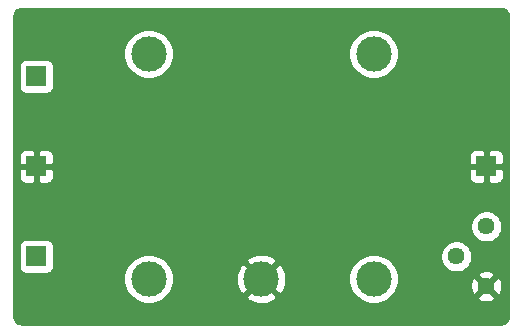
<source format=gbr>
%TF.GenerationSoftware,KiCad,Pcbnew,(5.1.9)-1*%
%TF.CreationDate,2021-03-21T16:20:22+00:00*%
%TF.ProjectId,hp5354a-ocxo,68703533-3534-4612-9d6f-63786f2e6b69,rev?*%
%TF.SameCoordinates,Original*%
%TF.FileFunction,Copper,L1,Top*%
%TF.FilePolarity,Positive*%
%FSLAX46Y46*%
G04 Gerber Fmt 4.6, Leading zero omitted, Abs format (unit mm)*
G04 Created by KiCad (PCBNEW (5.1.9)-1) date 2021-03-21 16:20:22*
%MOMM*%
%LPD*%
G01*
G04 APERTURE LIST*
%TA.AperFunction,ComponentPad*%
%ADD10C,1.440000*%
%TD*%
%TA.AperFunction,ComponentPad*%
%ADD11C,3.000000*%
%TD*%
%TA.AperFunction,ComponentPad*%
%ADD12R,1.700000X1.700000*%
%TD*%
%TA.AperFunction,ViaPad*%
%ADD13C,0.800000*%
%TD*%
%TA.AperFunction,Conductor*%
%ADD14C,0.254000*%
%TD*%
%TA.AperFunction,Conductor*%
%ADD15C,0.100000*%
%TD*%
G04 APERTURE END LIST*
D10*
%TO.P,RV1,3*%
%TO.N,Net-(C6-Pad1)*%
X135890000Y-102870000D03*
%TO.P,RV1,2*%
%TO.N,/Vcont*%
X133350000Y-105410000D03*
%TO.P,RV1,1*%
%TO.N,GND*%
X135890000Y-107950000D03*
%TD*%
D11*
%TO.P,O1,1*%
%TO.N,Net-(J4-Pad1)*%
X107315000Y-107315000D03*
%TO.P,O1,2*%
%TO.N,GND*%
X116840000Y-107315000D03*
%TO.P,O1,3*%
%TO.N,/Vcont*%
X126365000Y-107315000D03*
%TO.P,O1,4*%
%TO.N,N/C*%
X126365000Y-88265000D03*
%TO.P,O1,5*%
%TO.N,+5V*%
X107315000Y-88265000D03*
%TD*%
D12*
%TO.P,J4,1*%
%TO.N,Net-(J4-Pad1)*%
X97790000Y-105410000D03*
%TD*%
%TO.P,J3,1*%
%TO.N,GND*%
X135890000Y-97790000D03*
%TD*%
%TO.P,J2,1*%
%TO.N,GND*%
X97790000Y-97790000D03*
%TD*%
%TO.P,J1,1*%
%TO.N,Net-(C2-Pad1)*%
X97790000Y-90170000D03*
%TD*%
D13*
%TO.N,GND*%
X100000000Y-85000000D03*
X100000000Y-90000000D03*
X105000000Y-85000000D03*
X105000000Y-90000000D03*
X110000000Y-85000000D03*
X115000000Y-85000000D03*
X115000000Y-90000000D03*
X120000000Y-85000000D03*
X120000000Y-90000000D03*
X125000000Y-85000000D03*
X130000000Y-85000000D03*
X130000000Y-90000000D03*
X135000000Y-85000000D03*
X135000000Y-90000000D03*
X135000000Y-95000000D03*
X130000000Y-95000000D03*
X125000000Y-95000000D03*
X120000000Y-95000000D03*
X115000000Y-95000000D03*
X115000000Y-100000000D03*
X120000000Y-100000000D03*
X125000000Y-100000000D03*
X125000000Y-105000000D03*
X120000000Y-105000000D03*
X115000000Y-105000000D03*
X110000000Y-105000000D03*
X110000000Y-100000000D03*
X105000000Y-100000000D03*
X100000000Y-100000000D03*
X100000000Y-110000000D03*
X105000000Y-110000000D03*
X110000000Y-110000000D03*
X115000000Y-110000000D03*
X120000000Y-110000000D03*
X125000000Y-110000000D03*
X130000000Y-110000000D03*
X135000000Y-110000000D03*
X135000000Y-100000000D03*
X135000000Y-105000000D03*
%TD*%
D14*
%TO.N,GND*%
X137277869Y-84494722D02*
X137391246Y-84528953D01*
X137495819Y-84584555D01*
X137587596Y-84659407D01*
X137663091Y-84750664D01*
X137719419Y-84854844D01*
X137754440Y-84967976D01*
X137770001Y-85116031D01*
X137770000Y-110457721D01*
X137755278Y-110607869D01*
X137721047Y-110721246D01*
X137665446Y-110825817D01*
X137590594Y-110917595D01*
X137499335Y-110993091D01*
X137395160Y-111049419D01*
X137282024Y-111084440D01*
X137133979Y-111100000D01*
X96552279Y-111100000D01*
X96402131Y-111085278D01*
X96288754Y-111051047D01*
X96184183Y-110995446D01*
X96092405Y-110920594D01*
X96016909Y-110829335D01*
X95960581Y-110725160D01*
X95925560Y-110612024D01*
X95910000Y-110463979D01*
X95910000Y-107104721D01*
X105180000Y-107104721D01*
X105180000Y-107525279D01*
X105262047Y-107937756D01*
X105422988Y-108326302D01*
X105656637Y-108675983D01*
X105954017Y-108973363D01*
X106303698Y-109207012D01*
X106692244Y-109367953D01*
X107104721Y-109450000D01*
X107525279Y-109450000D01*
X107937756Y-109367953D01*
X108326302Y-109207012D01*
X108675983Y-108973363D01*
X108842693Y-108806653D01*
X115527952Y-108806653D01*
X115683962Y-109122214D01*
X116058745Y-109313020D01*
X116463551Y-109427044D01*
X116882824Y-109459902D01*
X117300451Y-109410334D01*
X117700383Y-109280243D01*
X117996038Y-109122214D01*
X118152048Y-108806653D01*
X116840000Y-107494605D01*
X115527952Y-108806653D01*
X108842693Y-108806653D01*
X108973363Y-108675983D01*
X109207012Y-108326302D01*
X109367953Y-107937756D01*
X109450000Y-107525279D01*
X109450000Y-107357824D01*
X114695098Y-107357824D01*
X114744666Y-107775451D01*
X114874757Y-108175383D01*
X115032786Y-108471038D01*
X115348347Y-108627048D01*
X116660395Y-107315000D01*
X117019605Y-107315000D01*
X118331653Y-108627048D01*
X118647214Y-108471038D01*
X118838020Y-108096255D01*
X118952044Y-107691449D01*
X118984902Y-107272176D01*
X118965027Y-107104721D01*
X124230000Y-107104721D01*
X124230000Y-107525279D01*
X124312047Y-107937756D01*
X124472988Y-108326302D01*
X124706637Y-108675983D01*
X125004017Y-108973363D01*
X125353698Y-109207012D01*
X125742244Y-109367953D01*
X126154721Y-109450000D01*
X126575279Y-109450000D01*
X126987756Y-109367953D01*
X127376302Y-109207012D01*
X127725983Y-108973363D01*
X127813786Y-108885560D01*
X135134045Y-108885560D01*
X135195932Y-109121368D01*
X135437790Y-109234266D01*
X135697027Y-109297811D01*
X135963680Y-109309561D01*
X136227501Y-109269063D01*
X136478353Y-109177875D01*
X136584068Y-109121368D01*
X136645955Y-108885560D01*
X135890000Y-108129605D01*
X135134045Y-108885560D01*
X127813786Y-108885560D01*
X128023363Y-108675983D01*
X128257012Y-108326302D01*
X128382362Y-108023680D01*
X134530439Y-108023680D01*
X134570937Y-108287501D01*
X134662125Y-108538353D01*
X134718632Y-108644068D01*
X134954440Y-108705955D01*
X135710395Y-107950000D01*
X136069605Y-107950000D01*
X136825560Y-108705955D01*
X137061368Y-108644068D01*
X137174266Y-108402210D01*
X137237811Y-108142973D01*
X137249561Y-107876320D01*
X137209063Y-107612499D01*
X137117875Y-107361647D01*
X137061368Y-107255932D01*
X136825560Y-107194045D01*
X136069605Y-107950000D01*
X135710395Y-107950000D01*
X134954440Y-107194045D01*
X134718632Y-107255932D01*
X134605734Y-107497790D01*
X134542189Y-107757027D01*
X134530439Y-108023680D01*
X128382362Y-108023680D01*
X128417953Y-107937756D01*
X128500000Y-107525279D01*
X128500000Y-107104721D01*
X128482042Y-107014440D01*
X135134045Y-107014440D01*
X135890000Y-107770395D01*
X136645955Y-107014440D01*
X136584068Y-106778632D01*
X136342210Y-106665734D01*
X136082973Y-106602189D01*
X135816320Y-106590439D01*
X135552499Y-106630937D01*
X135301647Y-106722125D01*
X135195932Y-106778632D01*
X135134045Y-107014440D01*
X128482042Y-107014440D01*
X128417953Y-106692244D01*
X128257012Y-106303698D01*
X128023363Y-105954017D01*
X127725983Y-105656637D01*
X127376302Y-105422988D01*
X127022755Y-105276544D01*
X131995000Y-105276544D01*
X131995000Y-105543456D01*
X132047072Y-105805239D01*
X132149215Y-106051833D01*
X132297503Y-106273762D01*
X132486238Y-106462497D01*
X132708167Y-106610785D01*
X132954761Y-106712928D01*
X133216544Y-106765000D01*
X133483456Y-106765000D01*
X133745239Y-106712928D01*
X133991833Y-106610785D01*
X134213762Y-106462497D01*
X134402497Y-106273762D01*
X134550785Y-106051833D01*
X134652928Y-105805239D01*
X134705000Y-105543456D01*
X134705000Y-105276544D01*
X134652928Y-105014761D01*
X134550785Y-104768167D01*
X134402497Y-104546238D01*
X134213762Y-104357503D01*
X133991833Y-104209215D01*
X133745239Y-104107072D01*
X133483456Y-104055000D01*
X133216544Y-104055000D01*
X132954761Y-104107072D01*
X132708167Y-104209215D01*
X132486238Y-104357503D01*
X132297503Y-104546238D01*
X132149215Y-104768167D01*
X132047072Y-105014761D01*
X131995000Y-105276544D01*
X127022755Y-105276544D01*
X126987756Y-105262047D01*
X126575279Y-105180000D01*
X126154721Y-105180000D01*
X125742244Y-105262047D01*
X125353698Y-105422988D01*
X125004017Y-105656637D01*
X124706637Y-105954017D01*
X124472988Y-106303698D01*
X124312047Y-106692244D01*
X124230000Y-107104721D01*
X118965027Y-107104721D01*
X118935334Y-106854549D01*
X118805243Y-106454617D01*
X118647214Y-106158962D01*
X118331653Y-106002952D01*
X117019605Y-107315000D01*
X116660395Y-107315000D01*
X115348347Y-106002952D01*
X115032786Y-106158962D01*
X114841980Y-106533745D01*
X114727956Y-106938551D01*
X114695098Y-107357824D01*
X109450000Y-107357824D01*
X109450000Y-107104721D01*
X109367953Y-106692244D01*
X109207012Y-106303698D01*
X108973363Y-105954017D01*
X108842693Y-105823347D01*
X115527952Y-105823347D01*
X116840000Y-107135395D01*
X118152048Y-105823347D01*
X117996038Y-105507786D01*
X117621255Y-105316980D01*
X117216449Y-105202956D01*
X116797176Y-105170098D01*
X116379549Y-105219666D01*
X115979617Y-105349757D01*
X115683962Y-105507786D01*
X115527952Y-105823347D01*
X108842693Y-105823347D01*
X108675983Y-105656637D01*
X108326302Y-105422988D01*
X107937756Y-105262047D01*
X107525279Y-105180000D01*
X107104721Y-105180000D01*
X106692244Y-105262047D01*
X106303698Y-105422988D01*
X105954017Y-105656637D01*
X105656637Y-105954017D01*
X105422988Y-106303698D01*
X105262047Y-106692244D01*
X105180000Y-107104721D01*
X95910000Y-107104721D01*
X95910000Y-104560000D01*
X96301928Y-104560000D01*
X96301928Y-106260000D01*
X96314188Y-106384482D01*
X96350498Y-106504180D01*
X96409463Y-106614494D01*
X96488815Y-106711185D01*
X96585506Y-106790537D01*
X96695820Y-106849502D01*
X96815518Y-106885812D01*
X96940000Y-106898072D01*
X98640000Y-106898072D01*
X98764482Y-106885812D01*
X98884180Y-106849502D01*
X98994494Y-106790537D01*
X99091185Y-106711185D01*
X99170537Y-106614494D01*
X99229502Y-106504180D01*
X99265812Y-106384482D01*
X99278072Y-106260000D01*
X99278072Y-104560000D01*
X99265812Y-104435518D01*
X99229502Y-104315820D01*
X99170537Y-104205506D01*
X99091185Y-104108815D01*
X98994494Y-104029463D01*
X98884180Y-103970498D01*
X98764482Y-103934188D01*
X98640000Y-103921928D01*
X96940000Y-103921928D01*
X96815518Y-103934188D01*
X96695820Y-103970498D01*
X96585506Y-104029463D01*
X96488815Y-104108815D01*
X96409463Y-104205506D01*
X96350498Y-104315820D01*
X96314188Y-104435518D01*
X96301928Y-104560000D01*
X95910000Y-104560000D01*
X95910000Y-102736544D01*
X134535000Y-102736544D01*
X134535000Y-103003456D01*
X134587072Y-103265239D01*
X134689215Y-103511833D01*
X134837503Y-103733762D01*
X135026238Y-103922497D01*
X135248167Y-104070785D01*
X135494761Y-104172928D01*
X135756544Y-104225000D01*
X136023456Y-104225000D01*
X136285239Y-104172928D01*
X136531833Y-104070785D01*
X136753762Y-103922497D01*
X136942497Y-103733762D01*
X137090785Y-103511833D01*
X137192928Y-103265239D01*
X137245000Y-103003456D01*
X137245000Y-102736544D01*
X137192928Y-102474761D01*
X137090785Y-102228167D01*
X136942497Y-102006238D01*
X136753762Y-101817503D01*
X136531833Y-101669215D01*
X136285239Y-101567072D01*
X136023456Y-101515000D01*
X135756544Y-101515000D01*
X135494761Y-101567072D01*
X135248167Y-101669215D01*
X135026238Y-101817503D01*
X134837503Y-102006238D01*
X134689215Y-102228167D01*
X134587072Y-102474761D01*
X134535000Y-102736544D01*
X95910000Y-102736544D01*
X95910000Y-98640000D01*
X96301928Y-98640000D01*
X96314188Y-98764482D01*
X96350498Y-98884180D01*
X96409463Y-98994494D01*
X96488815Y-99091185D01*
X96585506Y-99170537D01*
X96695820Y-99229502D01*
X96815518Y-99265812D01*
X96940000Y-99278072D01*
X97504250Y-99275000D01*
X97663000Y-99116250D01*
X97663000Y-97917000D01*
X97917000Y-97917000D01*
X97917000Y-99116250D01*
X98075750Y-99275000D01*
X98640000Y-99278072D01*
X98764482Y-99265812D01*
X98884180Y-99229502D01*
X98994494Y-99170537D01*
X99091185Y-99091185D01*
X99170537Y-98994494D01*
X99229502Y-98884180D01*
X99265812Y-98764482D01*
X99278072Y-98640000D01*
X134401928Y-98640000D01*
X134414188Y-98764482D01*
X134450498Y-98884180D01*
X134509463Y-98994494D01*
X134588815Y-99091185D01*
X134685506Y-99170537D01*
X134795820Y-99229502D01*
X134915518Y-99265812D01*
X135040000Y-99278072D01*
X135604250Y-99275000D01*
X135763000Y-99116250D01*
X135763000Y-97917000D01*
X136017000Y-97917000D01*
X136017000Y-99116250D01*
X136175750Y-99275000D01*
X136740000Y-99278072D01*
X136864482Y-99265812D01*
X136984180Y-99229502D01*
X137094494Y-99170537D01*
X137191185Y-99091185D01*
X137270537Y-98994494D01*
X137329502Y-98884180D01*
X137365812Y-98764482D01*
X137378072Y-98640000D01*
X137375000Y-98075750D01*
X137216250Y-97917000D01*
X136017000Y-97917000D01*
X135763000Y-97917000D01*
X134563750Y-97917000D01*
X134405000Y-98075750D01*
X134401928Y-98640000D01*
X99278072Y-98640000D01*
X99275000Y-98075750D01*
X99116250Y-97917000D01*
X97917000Y-97917000D01*
X97663000Y-97917000D01*
X96463750Y-97917000D01*
X96305000Y-98075750D01*
X96301928Y-98640000D01*
X95910000Y-98640000D01*
X95910000Y-96940000D01*
X96301928Y-96940000D01*
X96305000Y-97504250D01*
X96463750Y-97663000D01*
X97663000Y-97663000D01*
X97663000Y-96463750D01*
X97917000Y-96463750D01*
X97917000Y-97663000D01*
X99116250Y-97663000D01*
X99275000Y-97504250D01*
X99278072Y-96940000D01*
X134401928Y-96940000D01*
X134405000Y-97504250D01*
X134563750Y-97663000D01*
X135763000Y-97663000D01*
X135763000Y-96463750D01*
X136017000Y-96463750D01*
X136017000Y-97663000D01*
X137216250Y-97663000D01*
X137375000Y-97504250D01*
X137378072Y-96940000D01*
X137365812Y-96815518D01*
X137329502Y-96695820D01*
X137270537Y-96585506D01*
X137191185Y-96488815D01*
X137094494Y-96409463D01*
X136984180Y-96350498D01*
X136864482Y-96314188D01*
X136740000Y-96301928D01*
X136175750Y-96305000D01*
X136017000Y-96463750D01*
X135763000Y-96463750D01*
X135604250Y-96305000D01*
X135040000Y-96301928D01*
X134915518Y-96314188D01*
X134795820Y-96350498D01*
X134685506Y-96409463D01*
X134588815Y-96488815D01*
X134509463Y-96585506D01*
X134450498Y-96695820D01*
X134414188Y-96815518D01*
X134401928Y-96940000D01*
X99278072Y-96940000D01*
X99265812Y-96815518D01*
X99229502Y-96695820D01*
X99170537Y-96585506D01*
X99091185Y-96488815D01*
X98994494Y-96409463D01*
X98884180Y-96350498D01*
X98764482Y-96314188D01*
X98640000Y-96301928D01*
X98075750Y-96305000D01*
X97917000Y-96463750D01*
X97663000Y-96463750D01*
X97504250Y-96305000D01*
X96940000Y-96301928D01*
X96815518Y-96314188D01*
X96695820Y-96350498D01*
X96585506Y-96409463D01*
X96488815Y-96488815D01*
X96409463Y-96585506D01*
X96350498Y-96695820D01*
X96314188Y-96815518D01*
X96301928Y-96940000D01*
X95910000Y-96940000D01*
X95910000Y-89320000D01*
X96301928Y-89320000D01*
X96301928Y-91020000D01*
X96314188Y-91144482D01*
X96350498Y-91264180D01*
X96409463Y-91374494D01*
X96488815Y-91471185D01*
X96585506Y-91550537D01*
X96695820Y-91609502D01*
X96815518Y-91645812D01*
X96940000Y-91658072D01*
X98640000Y-91658072D01*
X98764482Y-91645812D01*
X98884180Y-91609502D01*
X98994494Y-91550537D01*
X99091185Y-91471185D01*
X99170537Y-91374494D01*
X99229502Y-91264180D01*
X99265812Y-91144482D01*
X99278072Y-91020000D01*
X99278072Y-89320000D01*
X99265812Y-89195518D01*
X99229502Y-89075820D01*
X99170537Y-88965506D01*
X99091185Y-88868815D01*
X98994494Y-88789463D01*
X98884180Y-88730498D01*
X98764482Y-88694188D01*
X98640000Y-88681928D01*
X96940000Y-88681928D01*
X96815518Y-88694188D01*
X96695820Y-88730498D01*
X96585506Y-88789463D01*
X96488815Y-88868815D01*
X96409463Y-88965506D01*
X96350498Y-89075820D01*
X96314188Y-89195518D01*
X96301928Y-89320000D01*
X95910000Y-89320000D01*
X95910000Y-88054721D01*
X105180000Y-88054721D01*
X105180000Y-88475279D01*
X105262047Y-88887756D01*
X105422988Y-89276302D01*
X105656637Y-89625983D01*
X105954017Y-89923363D01*
X106303698Y-90157012D01*
X106692244Y-90317953D01*
X107104721Y-90400000D01*
X107525279Y-90400000D01*
X107937756Y-90317953D01*
X108326302Y-90157012D01*
X108675983Y-89923363D01*
X108973363Y-89625983D01*
X109207012Y-89276302D01*
X109367953Y-88887756D01*
X109450000Y-88475279D01*
X109450000Y-88054721D01*
X124230000Y-88054721D01*
X124230000Y-88475279D01*
X124312047Y-88887756D01*
X124472988Y-89276302D01*
X124706637Y-89625983D01*
X125004017Y-89923363D01*
X125353698Y-90157012D01*
X125742244Y-90317953D01*
X126154721Y-90400000D01*
X126575279Y-90400000D01*
X126987756Y-90317953D01*
X127376302Y-90157012D01*
X127725983Y-89923363D01*
X128023363Y-89625983D01*
X128257012Y-89276302D01*
X128417953Y-88887756D01*
X128500000Y-88475279D01*
X128500000Y-88054721D01*
X128417953Y-87642244D01*
X128257012Y-87253698D01*
X128023363Y-86904017D01*
X127725983Y-86606637D01*
X127376302Y-86372988D01*
X126987756Y-86212047D01*
X126575279Y-86130000D01*
X126154721Y-86130000D01*
X125742244Y-86212047D01*
X125353698Y-86372988D01*
X125004017Y-86606637D01*
X124706637Y-86904017D01*
X124472988Y-87253698D01*
X124312047Y-87642244D01*
X124230000Y-88054721D01*
X109450000Y-88054721D01*
X109367953Y-87642244D01*
X109207012Y-87253698D01*
X108973363Y-86904017D01*
X108675983Y-86606637D01*
X108326302Y-86372988D01*
X107937756Y-86212047D01*
X107525279Y-86130000D01*
X107104721Y-86130000D01*
X106692244Y-86212047D01*
X106303698Y-86372988D01*
X105954017Y-86606637D01*
X105656637Y-86904017D01*
X105422988Y-87253698D01*
X105262047Y-87642244D01*
X105180000Y-88054721D01*
X95910000Y-88054721D01*
X95910000Y-85122279D01*
X95924722Y-84972131D01*
X95958953Y-84858754D01*
X96014555Y-84754181D01*
X96089407Y-84662404D01*
X96180664Y-84586909D01*
X96284844Y-84530581D01*
X96397976Y-84495560D01*
X96546022Y-84480000D01*
X137127721Y-84480000D01*
X137277869Y-84494722D01*
%TA.AperFunction,Conductor*%
D15*
G36*
X137277869Y-84494722D02*
G01*
X137391246Y-84528953D01*
X137495819Y-84584555D01*
X137587596Y-84659407D01*
X137663091Y-84750664D01*
X137719419Y-84854844D01*
X137754440Y-84967976D01*
X137770001Y-85116031D01*
X137770000Y-110457721D01*
X137755278Y-110607869D01*
X137721047Y-110721246D01*
X137665446Y-110825817D01*
X137590594Y-110917595D01*
X137499335Y-110993091D01*
X137395160Y-111049419D01*
X137282024Y-111084440D01*
X137133979Y-111100000D01*
X96552279Y-111100000D01*
X96402131Y-111085278D01*
X96288754Y-111051047D01*
X96184183Y-110995446D01*
X96092405Y-110920594D01*
X96016909Y-110829335D01*
X95960581Y-110725160D01*
X95925560Y-110612024D01*
X95910000Y-110463979D01*
X95910000Y-107104721D01*
X105180000Y-107104721D01*
X105180000Y-107525279D01*
X105262047Y-107937756D01*
X105422988Y-108326302D01*
X105656637Y-108675983D01*
X105954017Y-108973363D01*
X106303698Y-109207012D01*
X106692244Y-109367953D01*
X107104721Y-109450000D01*
X107525279Y-109450000D01*
X107937756Y-109367953D01*
X108326302Y-109207012D01*
X108675983Y-108973363D01*
X108842693Y-108806653D01*
X115527952Y-108806653D01*
X115683962Y-109122214D01*
X116058745Y-109313020D01*
X116463551Y-109427044D01*
X116882824Y-109459902D01*
X117300451Y-109410334D01*
X117700383Y-109280243D01*
X117996038Y-109122214D01*
X118152048Y-108806653D01*
X116840000Y-107494605D01*
X115527952Y-108806653D01*
X108842693Y-108806653D01*
X108973363Y-108675983D01*
X109207012Y-108326302D01*
X109367953Y-107937756D01*
X109450000Y-107525279D01*
X109450000Y-107357824D01*
X114695098Y-107357824D01*
X114744666Y-107775451D01*
X114874757Y-108175383D01*
X115032786Y-108471038D01*
X115348347Y-108627048D01*
X116660395Y-107315000D01*
X117019605Y-107315000D01*
X118331653Y-108627048D01*
X118647214Y-108471038D01*
X118838020Y-108096255D01*
X118952044Y-107691449D01*
X118984902Y-107272176D01*
X118965027Y-107104721D01*
X124230000Y-107104721D01*
X124230000Y-107525279D01*
X124312047Y-107937756D01*
X124472988Y-108326302D01*
X124706637Y-108675983D01*
X125004017Y-108973363D01*
X125353698Y-109207012D01*
X125742244Y-109367953D01*
X126154721Y-109450000D01*
X126575279Y-109450000D01*
X126987756Y-109367953D01*
X127376302Y-109207012D01*
X127725983Y-108973363D01*
X127813786Y-108885560D01*
X135134045Y-108885560D01*
X135195932Y-109121368D01*
X135437790Y-109234266D01*
X135697027Y-109297811D01*
X135963680Y-109309561D01*
X136227501Y-109269063D01*
X136478353Y-109177875D01*
X136584068Y-109121368D01*
X136645955Y-108885560D01*
X135890000Y-108129605D01*
X135134045Y-108885560D01*
X127813786Y-108885560D01*
X128023363Y-108675983D01*
X128257012Y-108326302D01*
X128382362Y-108023680D01*
X134530439Y-108023680D01*
X134570937Y-108287501D01*
X134662125Y-108538353D01*
X134718632Y-108644068D01*
X134954440Y-108705955D01*
X135710395Y-107950000D01*
X136069605Y-107950000D01*
X136825560Y-108705955D01*
X137061368Y-108644068D01*
X137174266Y-108402210D01*
X137237811Y-108142973D01*
X137249561Y-107876320D01*
X137209063Y-107612499D01*
X137117875Y-107361647D01*
X137061368Y-107255932D01*
X136825560Y-107194045D01*
X136069605Y-107950000D01*
X135710395Y-107950000D01*
X134954440Y-107194045D01*
X134718632Y-107255932D01*
X134605734Y-107497790D01*
X134542189Y-107757027D01*
X134530439Y-108023680D01*
X128382362Y-108023680D01*
X128417953Y-107937756D01*
X128500000Y-107525279D01*
X128500000Y-107104721D01*
X128482042Y-107014440D01*
X135134045Y-107014440D01*
X135890000Y-107770395D01*
X136645955Y-107014440D01*
X136584068Y-106778632D01*
X136342210Y-106665734D01*
X136082973Y-106602189D01*
X135816320Y-106590439D01*
X135552499Y-106630937D01*
X135301647Y-106722125D01*
X135195932Y-106778632D01*
X135134045Y-107014440D01*
X128482042Y-107014440D01*
X128417953Y-106692244D01*
X128257012Y-106303698D01*
X128023363Y-105954017D01*
X127725983Y-105656637D01*
X127376302Y-105422988D01*
X127022755Y-105276544D01*
X131995000Y-105276544D01*
X131995000Y-105543456D01*
X132047072Y-105805239D01*
X132149215Y-106051833D01*
X132297503Y-106273762D01*
X132486238Y-106462497D01*
X132708167Y-106610785D01*
X132954761Y-106712928D01*
X133216544Y-106765000D01*
X133483456Y-106765000D01*
X133745239Y-106712928D01*
X133991833Y-106610785D01*
X134213762Y-106462497D01*
X134402497Y-106273762D01*
X134550785Y-106051833D01*
X134652928Y-105805239D01*
X134705000Y-105543456D01*
X134705000Y-105276544D01*
X134652928Y-105014761D01*
X134550785Y-104768167D01*
X134402497Y-104546238D01*
X134213762Y-104357503D01*
X133991833Y-104209215D01*
X133745239Y-104107072D01*
X133483456Y-104055000D01*
X133216544Y-104055000D01*
X132954761Y-104107072D01*
X132708167Y-104209215D01*
X132486238Y-104357503D01*
X132297503Y-104546238D01*
X132149215Y-104768167D01*
X132047072Y-105014761D01*
X131995000Y-105276544D01*
X127022755Y-105276544D01*
X126987756Y-105262047D01*
X126575279Y-105180000D01*
X126154721Y-105180000D01*
X125742244Y-105262047D01*
X125353698Y-105422988D01*
X125004017Y-105656637D01*
X124706637Y-105954017D01*
X124472988Y-106303698D01*
X124312047Y-106692244D01*
X124230000Y-107104721D01*
X118965027Y-107104721D01*
X118935334Y-106854549D01*
X118805243Y-106454617D01*
X118647214Y-106158962D01*
X118331653Y-106002952D01*
X117019605Y-107315000D01*
X116660395Y-107315000D01*
X115348347Y-106002952D01*
X115032786Y-106158962D01*
X114841980Y-106533745D01*
X114727956Y-106938551D01*
X114695098Y-107357824D01*
X109450000Y-107357824D01*
X109450000Y-107104721D01*
X109367953Y-106692244D01*
X109207012Y-106303698D01*
X108973363Y-105954017D01*
X108842693Y-105823347D01*
X115527952Y-105823347D01*
X116840000Y-107135395D01*
X118152048Y-105823347D01*
X117996038Y-105507786D01*
X117621255Y-105316980D01*
X117216449Y-105202956D01*
X116797176Y-105170098D01*
X116379549Y-105219666D01*
X115979617Y-105349757D01*
X115683962Y-105507786D01*
X115527952Y-105823347D01*
X108842693Y-105823347D01*
X108675983Y-105656637D01*
X108326302Y-105422988D01*
X107937756Y-105262047D01*
X107525279Y-105180000D01*
X107104721Y-105180000D01*
X106692244Y-105262047D01*
X106303698Y-105422988D01*
X105954017Y-105656637D01*
X105656637Y-105954017D01*
X105422988Y-106303698D01*
X105262047Y-106692244D01*
X105180000Y-107104721D01*
X95910000Y-107104721D01*
X95910000Y-104560000D01*
X96301928Y-104560000D01*
X96301928Y-106260000D01*
X96314188Y-106384482D01*
X96350498Y-106504180D01*
X96409463Y-106614494D01*
X96488815Y-106711185D01*
X96585506Y-106790537D01*
X96695820Y-106849502D01*
X96815518Y-106885812D01*
X96940000Y-106898072D01*
X98640000Y-106898072D01*
X98764482Y-106885812D01*
X98884180Y-106849502D01*
X98994494Y-106790537D01*
X99091185Y-106711185D01*
X99170537Y-106614494D01*
X99229502Y-106504180D01*
X99265812Y-106384482D01*
X99278072Y-106260000D01*
X99278072Y-104560000D01*
X99265812Y-104435518D01*
X99229502Y-104315820D01*
X99170537Y-104205506D01*
X99091185Y-104108815D01*
X98994494Y-104029463D01*
X98884180Y-103970498D01*
X98764482Y-103934188D01*
X98640000Y-103921928D01*
X96940000Y-103921928D01*
X96815518Y-103934188D01*
X96695820Y-103970498D01*
X96585506Y-104029463D01*
X96488815Y-104108815D01*
X96409463Y-104205506D01*
X96350498Y-104315820D01*
X96314188Y-104435518D01*
X96301928Y-104560000D01*
X95910000Y-104560000D01*
X95910000Y-102736544D01*
X134535000Y-102736544D01*
X134535000Y-103003456D01*
X134587072Y-103265239D01*
X134689215Y-103511833D01*
X134837503Y-103733762D01*
X135026238Y-103922497D01*
X135248167Y-104070785D01*
X135494761Y-104172928D01*
X135756544Y-104225000D01*
X136023456Y-104225000D01*
X136285239Y-104172928D01*
X136531833Y-104070785D01*
X136753762Y-103922497D01*
X136942497Y-103733762D01*
X137090785Y-103511833D01*
X137192928Y-103265239D01*
X137245000Y-103003456D01*
X137245000Y-102736544D01*
X137192928Y-102474761D01*
X137090785Y-102228167D01*
X136942497Y-102006238D01*
X136753762Y-101817503D01*
X136531833Y-101669215D01*
X136285239Y-101567072D01*
X136023456Y-101515000D01*
X135756544Y-101515000D01*
X135494761Y-101567072D01*
X135248167Y-101669215D01*
X135026238Y-101817503D01*
X134837503Y-102006238D01*
X134689215Y-102228167D01*
X134587072Y-102474761D01*
X134535000Y-102736544D01*
X95910000Y-102736544D01*
X95910000Y-98640000D01*
X96301928Y-98640000D01*
X96314188Y-98764482D01*
X96350498Y-98884180D01*
X96409463Y-98994494D01*
X96488815Y-99091185D01*
X96585506Y-99170537D01*
X96695820Y-99229502D01*
X96815518Y-99265812D01*
X96940000Y-99278072D01*
X97504250Y-99275000D01*
X97663000Y-99116250D01*
X97663000Y-97917000D01*
X97917000Y-97917000D01*
X97917000Y-99116250D01*
X98075750Y-99275000D01*
X98640000Y-99278072D01*
X98764482Y-99265812D01*
X98884180Y-99229502D01*
X98994494Y-99170537D01*
X99091185Y-99091185D01*
X99170537Y-98994494D01*
X99229502Y-98884180D01*
X99265812Y-98764482D01*
X99278072Y-98640000D01*
X134401928Y-98640000D01*
X134414188Y-98764482D01*
X134450498Y-98884180D01*
X134509463Y-98994494D01*
X134588815Y-99091185D01*
X134685506Y-99170537D01*
X134795820Y-99229502D01*
X134915518Y-99265812D01*
X135040000Y-99278072D01*
X135604250Y-99275000D01*
X135763000Y-99116250D01*
X135763000Y-97917000D01*
X136017000Y-97917000D01*
X136017000Y-99116250D01*
X136175750Y-99275000D01*
X136740000Y-99278072D01*
X136864482Y-99265812D01*
X136984180Y-99229502D01*
X137094494Y-99170537D01*
X137191185Y-99091185D01*
X137270537Y-98994494D01*
X137329502Y-98884180D01*
X137365812Y-98764482D01*
X137378072Y-98640000D01*
X137375000Y-98075750D01*
X137216250Y-97917000D01*
X136017000Y-97917000D01*
X135763000Y-97917000D01*
X134563750Y-97917000D01*
X134405000Y-98075750D01*
X134401928Y-98640000D01*
X99278072Y-98640000D01*
X99275000Y-98075750D01*
X99116250Y-97917000D01*
X97917000Y-97917000D01*
X97663000Y-97917000D01*
X96463750Y-97917000D01*
X96305000Y-98075750D01*
X96301928Y-98640000D01*
X95910000Y-98640000D01*
X95910000Y-96940000D01*
X96301928Y-96940000D01*
X96305000Y-97504250D01*
X96463750Y-97663000D01*
X97663000Y-97663000D01*
X97663000Y-96463750D01*
X97917000Y-96463750D01*
X97917000Y-97663000D01*
X99116250Y-97663000D01*
X99275000Y-97504250D01*
X99278072Y-96940000D01*
X134401928Y-96940000D01*
X134405000Y-97504250D01*
X134563750Y-97663000D01*
X135763000Y-97663000D01*
X135763000Y-96463750D01*
X136017000Y-96463750D01*
X136017000Y-97663000D01*
X137216250Y-97663000D01*
X137375000Y-97504250D01*
X137378072Y-96940000D01*
X137365812Y-96815518D01*
X137329502Y-96695820D01*
X137270537Y-96585506D01*
X137191185Y-96488815D01*
X137094494Y-96409463D01*
X136984180Y-96350498D01*
X136864482Y-96314188D01*
X136740000Y-96301928D01*
X136175750Y-96305000D01*
X136017000Y-96463750D01*
X135763000Y-96463750D01*
X135604250Y-96305000D01*
X135040000Y-96301928D01*
X134915518Y-96314188D01*
X134795820Y-96350498D01*
X134685506Y-96409463D01*
X134588815Y-96488815D01*
X134509463Y-96585506D01*
X134450498Y-96695820D01*
X134414188Y-96815518D01*
X134401928Y-96940000D01*
X99278072Y-96940000D01*
X99265812Y-96815518D01*
X99229502Y-96695820D01*
X99170537Y-96585506D01*
X99091185Y-96488815D01*
X98994494Y-96409463D01*
X98884180Y-96350498D01*
X98764482Y-96314188D01*
X98640000Y-96301928D01*
X98075750Y-96305000D01*
X97917000Y-96463750D01*
X97663000Y-96463750D01*
X97504250Y-96305000D01*
X96940000Y-96301928D01*
X96815518Y-96314188D01*
X96695820Y-96350498D01*
X96585506Y-96409463D01*
X96488815Y-96488815D01*
X96409463Y-96585506D01*
X96350498Y-96695820D01*
X96314188Y-96815518D01*
X96301928Y-96940000D01*
X95910000Y-96940000D01*
X95910000Y-89320000D01*
X96301928Y-89320000D01*
X96301928Y-91020000D01*
X96314188Y-91144482D01*
X96350498Y-91264180D01*
X96409463Y-91374494D01*
X96488815Y-91471185D01*
X96585506Y-91550537D01*
X96695820Y-91609502D01*
X96815518Y-91645812D01*
X96940000Y-91658072D01*
X98640000Y-91658072D01*
X98764482Y-91645812D01*
X98884180Y-91609502D01*
X98994494Y-91550537D01*
X99091185Y-91471185D01*
X99170537Y-91374494D01*
X99229502Y-91264180D01*
X99265812Y-91144482D01*
X99278072Y-91020000D01*
X99278072Y-89320000D01*
X99265812Y-89195518D01*
X99229502Y-89075820D01*
X99170537Y-88965506D01*
X99091185Y-88868815D01*
X98994494Y-88789463D01*
X98884180Y-88730498D01*
X98764482Y-88694188D01*
X98640000Y-88681928D01*
X96940000Y-88681928D01*
X96815518Y-88694188D01*
X96695820Y-88730498D01*
X96585506Y-88789463D01*
X96488815Y-88868815D01*
X96409463Y-88965506D01*
X96350498Y-89075820D01*
X96314188Y-89195518D01*
X96301928Y-89320000D01*
X95910000Y-89320000D01*
X95910000Y-88054721D01*
X105180000Y-88054721D01*
X105180000Y-88475279D01*
X105262047Y-88887756D01*
X105422988Y-89276302D01*
X105656637Y-89625983D01*
X105954017Y-89923363D01*
X106303698Y-90157012D01*
X106692244Y-90317953D01*
X107104721Y-90400000D01*
X107525279Y-90400000D01*
X107937756Y-90317953D01*
X108326302Y-90157012D01*
X108675983Y-89923363D01*
X108973363Y-89625983D01*
X109207012Y-89276302D01*
X109367953Y-88887756D01*
X109450000Y-88475279D01*
X109450000Y-88054721D01*
X124230000Y-88054721D01*
X124230000Y-88475279D01*
X124312047Y-88887756D01*
X124472988Y-89276302D01*
X124706637Y-89625983D01*
X125004017Y-89923363D01*
X125353698Y-90157012D01*
X125742244Y-90317953D01*
X126154721Y-90400000D01*
X126575279Y-90400000D01*
X126987756Y-90317953D01*
X127376302Y-90157012D01*
X127725983Y-89923363D01*
X128023363Y-89625983D01*
X128257012Y-89276302D01*
X128417953Y-88887756D01*
X128500000Y-88475279D01*
X128500000Y-88054721D01*
X128417953Y-87642244D01*
X128257012Y-87253698D01*
X128023363Y-86904017D01*
X127725983Y-86606637D01*
X127376302Y-86372988D01*
X126987756Y-86212047D01*
X126575279Y-86130000D01*
X126154721Y-86130000D01*
X125742244Y-86212047D01*
X125353698Y-86372988D01*
X125004017Y-86606637D01*
X124706637Y-86904017D01*
X124472988Y-87253698D01*
X124312047Y-87642244D01*
X124230000Y-88054721D01*
X109450000Y-88054721D01*
X109367953Y-87642244D01*
X109207012Y-87253698D01*
X108973363Y-86904017D01*
X108675983Y-86606637D01*
X108326302Y-86372988D01*
X107937756Y-86212047D01*
X107525279Y-86130000D01*
X107104721Y-86130000D01*
X106692244Y-86212047D01*
X106303698Y-86372988D01*
X105954017Y-86606637D01*
X105656637Y-86904017D01*
X105422988Y-87253698D01*
X105262047Y-87642244D01*
X105180000Y-88054721D01*
X95910000Y-88054721D01*
X95910000Y-85122279D01*
X95924722Y-84972131D01*
X95958953Y-84858754D01*
X96014555Y-84754181D01*
X96089407Y-84662404D01*
X96180664Y-84586909D01*
X96284844Y-84530581D01*
X96397976Y-84495560D01*
X96546022Y-84480000D01*
X137127721Y-84480000D01*
X137277869Y-84494722D01*
G37*
%TD.AperFunction*%
%TD*%
M02*

</source>
